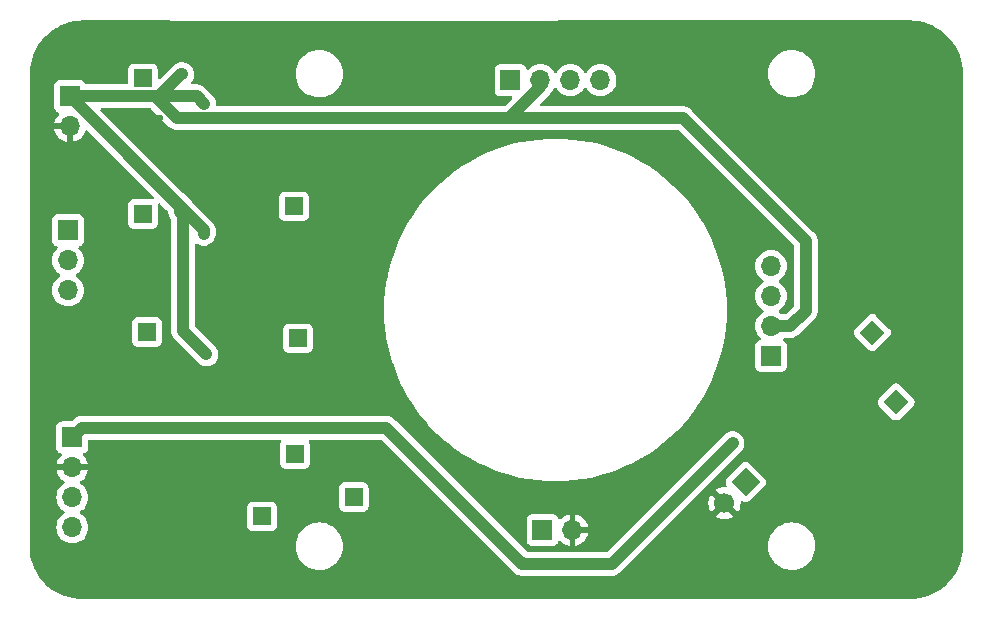
<source format=gbr>
%TF.GenerationSoftware,KiCad,Pcbnew,8.0.0-8.0.0-1~ubuntu20.04.1*%
%TF.CreationDate,2024-06-18T18:08:34-06:00*%
%TF.ProjectId,turbidometer,74757262-6964-46f6-9d65-7465722e6b69,rev?*%
%TF.SameCoordinates,Original*%
%TF.FileFunction,Copper,L2,Bot*%
%TF.FilePolarity,Positive*%
%FSLAX46Y46*%
G04 Gerber Fmt 4.6, Leading zero omitted, Abs format (unit mm)*
G04 Created by KiCad (PCBNEW 8.0.0-8.0.0-1~ubuntu20.04.1) date 2024-06-18 18:08:34*
%MOMM*%
%LPD*%
G01*
G04 APERTURE LIST*
G04 Aperture macros list*
%AMHorizOval*
0 Thick line with rounded ends*
0 $1 width*
0 $2 $3 position (X,Y) of the first rounded end (center of the circle)*
0 $4 $5 position (X,Y) of the second rounded end (center of the circle)*
0 Add line between two ends*
20,1,$1,$2,$3,$4,$5,0*
0 Add two circle primitives to create the rounded ends*
1,1,$1,$2,$3*
1,1,$1,$4,$5*%
%AMRotRect*
0 Rectangle, with rotation*
0 The origin of the aperture is its center*
0 $1 length*
0 $2 width*
0 $3 Rotation angle, in degrees counterclockwise*
0 Add horizontal line*
21,1,$1,$2,0,0,$3*%
G04 Aperture macros list end*
%TA.AperFunction,ComponentPad*%
%ADD10RotRect,1.500000X1.500000X225.000000*%
%TD*%
%TA.AperFunction,ComponentPad*%
%ADD11R,1.500000X1.500000*%
%TD*%
%TA.AperFunction,ComponentPad*%
%ADD12R,1.700000X1.700000*%
%TD*%
%TA.AperFunction,ComponentPad*%
%ADD13O,1.700000X1.700000*%
%TD*%
%TA.AperFunction,ComponentPad*%
%ADD14RotRect,1.700000X1.700000X135.000000*%
%TD*%
%TA.AperFunction,ComponentPad*%
%ADD15HorizOval,1.700000X0.000000X0.000000X0.000000X0.000000X0*%
%TD*%
%TA.AperFunction,ViaPad*%
%ADD16C,0.600000*%
%TD*%
%TA.AperFunction,Conductor*%
%ADD17C,1.000000*%
%TD*%
G04 APERTURE END LIST*
D10*
%TO.P,RG2,1,1*%
%TO.N,/A1*%
X198410000Y-97650000D03*
%TD*%
D11*
%TO.P,LED0,1,1*%
%TO.N,/LED_SENS0*%
X149440000Y-86960000D03*
%TD*%
%TO.P,VREF2,1,1*%
%TO.N,Net-(U7-+)*%
X137010000Y-97610000D03*
%TD*%
%TO.P,VREF1,1,1*%
%TO.N,Net-(U4-+)*%
X136670000Y-87620000D03*
%TD*%
%TO.P,LED1,1,1*%
%TO.N,/LED_SENS1*%
X149770000Y-98130000D03*
%TD*%
D10*
%TO.P,RG3,1,1*%
%TO.N,/PD_FB1*%
X200420000Y-103520000D03*
%TD*%
D12*
%TO.P,J4,1,Pin_1*%
%TO.N,/VREF0*%
X130310000Y-88990000D03*
D13*
%TO.P,J4,2,Pin_2*%
%TO.N,/VREF1*%
X130310000Y-91530000D03*
%TO.P,J4,3,Pin_3*%
%TO.N,/VREF2*%
X130310000Y-94070000D03*
%TD*%
D11*
%TO.P,VREF0,1,1*%
%TO.N,Net-(U3-+)*%
X136640000Y-76130000D03*
%TD*%
D12*
%TO.P,J3,1,Pin_1*%
%TO.N,+5V*%
X130460000Y-77640000D03*
D13*
%TO.P,J3,2,Pin_2*%
%TO.N,GND*%
X130460000Y-80180000D03*
%TD*%
D11*
%TO.P,LED2,1,1*%
%TO.N,/LED_SENS2*%
X149520000Y-107910000D03*
%TD*%
D12*
%TO.P,J1,1,Pin_1*%
%TO.N,+3.3V*%
X130670000Y-106520000D03*
D13*
%TO.P,J1,2,Pin_2*%
%TO.N,GND*%
X130670000Y-109060000D03*
%TO.P,J1,3,Pin_3*%
%TO.N,/A0*%
X130670000Y-111600000D03*
%TO.P,J1,4,Pin_4*%
%TO.N,/A1*%
X130670000Y-114140000D03*
%TD*%
D11*
%TO.P,RG0,1,1*%
%TO.N,/A0*%
X146720000Y-113210000D03*
%TD*%
%TO.P,RG1,1,1*%
%TO.N,/PD_FB0*%
X154500000Y-111570000D03*
%TD*%
D12*
%TO.P,J7,1,Pin_1*%
%TO.N,/PD_FB0*%
X170480000Y-114350000D03*
D13*
%TO.P,J7,2,Pin_2*%
%TO.N,GND*%
X173020000Y-114350000D03*
%TD*%
D14*
%TO.P,J2,1,Pin_1*%
%TO.N,/PD_FB1*%
X187686051Y-110283949D03*
D15*
%TO.P,J2,2,Pin_2*%
%TO.N,GND*%
X185890000Y-112080000D03*
%TD*%
D12*
%TO.P,J5,1,Pin_1*%
%TO.N,/LED_NEG0*%
X167770000Y-76280000D03*
D13*
%TO.P,J5,2,Pin_2*%
%TO.N,+5V*%
X170310000Y-76280000D03*
%TO.P,J5,3,Pin_3*%
%TO.N,/LED_NEG1*%
X172850000Y-76280000D03*
%TO.P,J5,4,Pin_4*%
%TO.N,/LED_NEG2*%
X175390000Y-76280000D03*
%TD*%
D12*
%TO.P,J6,1,Pin_1*%
%TO.N,/LED_NEG0*%
X189830000Y-99630000D03*
D13*
%TO.P,J6,2,Pin_2*%
%TO.N,+5V*%
X189830000Y-97090000D03*
%TO.P,J6,3,Pin_3*%
%TO.N,/LED_NEG1*%
X189830000Y-94550000D03*
%TO.P,J6,4,Pin_4*%
%TO.N,/LED_NEG2*%
X189830000Y-92010000D03*
%TD*%
D16*
%TO.N,GND*%
X151400000Y-85560000D03*
X144140000Y-76740000D03*
X166870000Y-112320000D03*
X191460000Y-109170000D03*
X152620000Y-104240000D03*
X135740000Y-111740000D03*
X144280000Y-98020000D03*
X138130000Y-79490000D03*
X144250000Y-87810000D03*
X189820000Y-103790000D03*
X151720000Y-96730000D03*
X138220000Y-90680000D03*
X164150000Y-117200000D03*
X138270000Y-100770000D03*
%TO.N,+5V*%
X140050000Y-96930000D03*
X141850000Y-78300000D03*
X142020000Y-99500000D03*
X141810000Y-89300000D03*
X139980000Y-75760000D03*
X139800000Y-87430000D03*
%TO.N,+3.3V*%
X186580000Y-107010000D03*
X168790000Y-117250000D03*
%TD*%
D17*
%TO.N,+5V*%
X141190000Y-77640000D02*
X141850000Y-78300000D01*
X140050000Y-95980000D02*
X140050000Y-96930000D01*
X170310000Y-76840000D02*
X170310000Y-76280000D01*
X167670000Y-79480000D02*
X168908984Y-78241016D01*
X140050000Y-95980000D02*
X140050000Y-97530000D01*
X141810000Y-88990000D02*
X141810000Y-89300000D01*
X139910000Y-75760000D02*
X139980000Y-75760000D01*
X138030000Y-77640000D02*
X141190000Y-77640000D01*
X130460000Y-77640000D02*
X139265000Y-86445000D01*
X139265000Y-86445000D02*
X141810000Y-88990000D01*
X192770000Y-95780000D02*
X191460000Y-97090000D01*
X137694214Y-77640000D02*
X139534214Y-79480000D01*
X139534214Y-79480000D02*
X167670000Y-79480000D01*
X192770000Y-89870000D02*
X192770000Y-95780000D01*
X182380000Y-79480000D02*
X192770000Y-89870000D01*
X138030000Y-77640000D02*
X139910000Y-75760000D01*
X167670000Y-79480000D02*
X182380000Y-79480000D01*
X139800000Y-86980000D02*
X139800000Y-87430000D01*
X130460000Y-77640000D02*
X140050000Y-87230000D01*
X139265000Y-86445000D02*
X139800000Y-86980000D01*
X130460000Y-77640000D02*
X138030000Y-77640000D01*
X191460000Y-97090000D02*
X189830000Y-97090000D01*
X130460000Y-77640000D02*
X137694214Y-77640000D01*
X140050000Y-97530000D02*
X142020000Y-99500000D01*
X168908984Y-78241016D02*
X170310000Y-76840000D01*
X140050000Y-87230000D02*
X140050000Y-95980000D01*
%TO.N,+3.3V*%
X176350000Y-117240000D02*
X186580000Y-107010000D01*
X157250000Y-105710000D02*
X168355000Y-116815000D01*
X130670000Y-106520000D02*
X131480000Y-105710000D01*
X131480000Y-105710000D02*
X157250000Y-105710000D01*
X168780000Y-117240000D02*
X176350000Y-117240000D01*
X168355000Y-116815000D02*
X168780000Y-117240000D01*
X168355000Y-116815000D02*
X168790000Y-117250000D01*
%TD*%
%TA.AperFunction,Conductor*%
%TO.N,GND*%
G36*
X201582702Y-71220617D02*
G01*
X201966771Y-71237386D01*
X201977506Y-71238326D01*
X202355971Y-71288152D01*
X202366597Y-71290025D01*
X202739284Y-71372648D01*
X202749710Y-71375442D01*
X203113765Y-71490227D01*
X203123911Y-71493920D01*
X203476578Y-71640000D01*
X203486369Y-71644566D01*
X203824942Y-71820816D01*
X203834310Y-71826224D01*
X204156244Y-72031318D01*
X204165105Y-72037523D01*
X204467930Y-72269889D01*
X204476217Y-72276843D01*
X204757635Y-72534715D01*
X204765284Y-72542364D01*
X205023156Y-72823782D01*
X205030110Y-72832069D01*
X205262476Y-73134894D01*
X205268681Y-73143755D01*
X205473775Y-73465689D01*
X205479183Y-73475057D01*
X205655430Y-73813623D01*
X205660002Y-73823427D01*
X205806075Y-74176078D01*
X205809775Y-74186244D01*
X205924554Y-74550278D01*
X205927354Y-74560727D01*
X206009971Y-74933389D01*
X206011849Y-74944042D01*
X206061671Y-75322473D01*
X206062614Y-75333249D01*
X206079382Y-75717297D01*
X206079500Y-75722706D01*
X206079500Y-115717293D01*
X206079382Y-115722702D01*
X206062614Y-116106750D01*
X206061671Y-116117526D01*
X206011849Y-116495957D01*
X206009971Y-116506610D01*
X205927354Y-116879272D01*
X205924554Y-116889721D01*
X205809775Y-117253755D01*
X205806075Y-117263921D01*
X205660002Y-117616572D01*
X205655430Y-117626376D01*
X205479183Y-117964942D01*
X205473775Y-117974310D01*
X205268681Y-118296244D01*
X205262476Y-118305105D01*
X205030110Y-118607930D01*
X205023156Y-118616217D01*
X204765284Y-118897635D01*
X204757635Y-118905284D01*
X204476217Y-119163156D01*
X204467930Y-119170110D01*
X204165105Y-119402476D01*
X204156244Y-119408681D01*
X203834310Y-119613775D01*
X203824942Y-119619183D01*
X203486376Y-119795430D01*
X203476572Y-119800002D01*
X203123921Y-119946075D01*
X203113755Y-119949775D01*
X202749721Y-120064554D01*
X202739272Y-120067354D01*
X202366610Y-120149971D01*
X202355957Y-120151849D01*
X201977527Y-120201671D01*
X201966751Y-120202614D01*
X201582680Y-120219382D01*
X201577271Y-120219500D01*
X201506793Y-120219500D01*
X201506587Y-120219512D01*
X146580161Y-120229498D01*
X146580056Y-120229498D01*
X131624235Y-120219548D01*
X131623494Y-120219500D01*
X131615892Y-120219500D01*
X131552720Y-120219500D01*
X131547311Y-120219382D01*
X131163249Y-120202614D01*
X131152473Y-120201671D01*
X130774042Y-120151849D01*
X130763389Y-120149971D01*
X130390727Y-120067354D01*
X130380278Y-120064554D01*
X130016244Y-119949775D01*
X130006078Y-119946075D01*
X129653427Y-119800002D01*
X129643623Y-119795430D01*
X129305057Y-119619183D01*
X129295689Y-119613775D01*
X128973755Y-119408681D01*
X128964894Y-119402476D01*
X128662069Y-119170110D01*
X128653782Y-119163156D01*
X128372364Y-118905284D01*
X128364715Y-118897635D01*
X128106843Y-118616217D01*
X128099889Y-118607930D01*
X127867523Y-118305105D01*
X127861318Y-118296244D01*
X127787236Y-118179959D01*
X127656223Y-117974309D01*
X127650816Y-117964942D01*
X127489208Y-117654497D01*
X127474566Y-117626369D01*
X127469997Y-117616572D01*
X127323920Y-117263911D01*
X127320224Y-117253755D01*
X127205442Y-116889710D01*
X127202648Y-116879284D01*
X127120025Y-116506597D01*
X127118152Y-116495971D01*
X127068326Y-116117506D01*
X127067386Y-116106771D01*
X127050937Y-115730001D01*
X149574257Y-115730001D01*
X149594673Y-116015448D01*
X149594674Y-116015455D01*
X149655502Y-116295078D01*
X149755512Y-116563217D01*
X149755514Y-116563221D01*
X149892658Y-116814381D01*
X149892659Y-116814382D01*
X149892662Y-116814387D01*
X150064161Y-117043482D01*
X150064165Y-117043486D01*
X150064170Y-117043492D01*
X150266507Y-117245829D01*
X150266513Y-117245834D01*
X150266518Y-117245839D01*
X150495613Y-117417338D01*
X150495617Y-117417340D01*
X150495618Y-117417341D01*
X150746778Y-117554485D01*
X150746782Y-117554487D01*
X150746784Y-117554488D01*
X151014917Y-117654496D01*
X151014920Y-117654496D01*
X151014921Y-117654497D01*
X151225994Y-117700412D01*
X151294553Y-117715327D01*
X151558010Y-117734170D01*
X151579999Y-117735743D01*
X151580000Y-117735743D01*
X151580001Y-117735743D01*
X151600417Y-117734282D01*
X151865447Y-117715327D01*
X152145083Y-117654496D01*
X152413216Y-117554488D01*
X152664387Y-117417338D01*
X152893482Y-117245839D01*
X153095839Y-117043482D01*
X153267338Y-116814387D01*
X153404488Y-116563216D01*
X153504496Y-116295083D01*
X153565327Y-116015447D01*
X153585743Y-115730000D01*
X153584830Y-115717241D01*
X153580302Y-115653922D01*
X153565327Y-115444553D01*
X153522541Y-115247870D01*
X153504497Y-115164921D01*
X153447237Y-115011401D01*
X153404488Y-114896784D01*
X153355167Y-114806460D01*
X153267341Y-114645618D01*
X153267340Y-114645617D01*
X153267338Y-114645613D01*
X153095839Y-114416518D01*
X153095834Y-114416513D01*
X153095829Y-114416507D01*
X152893492Y-114214170D01*
X152893486Y-114214165D01*
X152893482Y-114214161D01*
X152664387Y-114042662D01*
X152664382Y-114042659D01*
X152664381Y-114042658D01*
X152413221Y-113905514D01*
X152413217Y-113905512D01*
X152145078Y-113805502D01*
X151865455Y-113744674D01*
X151865448Y-113744673D01*
X151580001Y-113724257D01*
X151579999Y-113724257D01*
X151294551Y-113744673D01*
X151294544Y-113744674D01*
X151014921Y-113805502D01*
X150746782Y-113905512D01*
X150746778Y-113905514D01*
X150495618Y-114042658D01*
X150495617Y-114042659D01*
X150266519Y-114214160D01*
X150266507Y-114214170D01*
X150064170Y-114416507D01*
X150064160Y-114416519D01*
X149892659Y-114645617D01*
X149892658Y-114645618D01*
X149755514Y-114896778D01*
X149755512Y-114896782D01*
X149655502Y-115164921D01*
X149594674Y-115444544D01*
X149594673Y-115444551D01*
X149574257Y-115729998D01*
X149574257Y-115730001D01*
X127050937Y-115730001D01*
X127050618Y-115722702D01*
X127050501Y-115717275D01*
X127051684Y-114140000D01*
X129314341Y-114140000D01*
X129334936Y-114375403D01*
X129334938Y-114375413D01*
X129396094Y-114603655D01*
X129396096Y-114603659D01*
X129396097Y-114603663D01*
X129490663Y-114806460D01*
X129495965Y-114817830D01*
X129495967Y-114817834D01*
X129551249Y-114896784D01*
X129631505Y-115011401D01*
X129798599Y-115178495D01*
X129872227Y-115230050D01*
X129992165Y-115314032D01*
X129992167Y-115314033D01*
X129992170Y-115314035D01*
X130206337Y-115413903D01*
X130434592Y-115475063D01*
X130622918Y-115491539D01*
X130669999Y-115495659D01*
X130670000Y-115495659D01*
X130670001Y-115495659D01*
X130709234Y-115492226D01*
X130905408Y-115475063D01*
X131133663Y-115413903D01*
X131347830Y-115314035D01*
X131541401Y-115178495D01*
X131708495Y-115011401D01*
X131844035Y-114817830D01*
X131943903Y-114603663D01*
X132005063Y-114375408D01*
X132025659Y-114140000D01*
X132014099Y-114007870D01*
X145469500Y-114007870D01*
X145469501Y-114007876D01*
X145475908Y-114067483D01*
X145526202Y-114202328D01*
X145526206Y-114202335D01*
X145612452Y-114317544D01*
X145612455Y-114317547D01*
X145727664Y-114403793D01*
X145727671Y-114403797D01*
X145862517Y-114454091D01*
X145862516Y-114454091D01*
X145869444Y-114454835D01*
X145922127Y-114460500D01*
X147517872Y-114460499D01*
X147577483Y-114454091D01*
X147712331Y-114403796D01*
X147827546Y-114317546D01*
X147913796Y-114202331D01*
X147964091Y-114067483D01*
X147970500Y-114007873D01*
X147970499Y-112412128D01*
X147965741Y-112367870D01*
X153249500Y-112367870D01*
X153249501Y-112367876D01*
X153255908Y-112427483D01*
X153306202Y-112562328D01*
X153306206Y-112562335D01*
X153392452Y-112677544D01*
X153392455Y-112677547D01*
X153507664Y-112763793D01*
X153507671Y-112763797D01*
X153642517Y-112814091D01*
X153642516Y-112814091D01*
X153649444Y-112814835D01*
X153702127Y-112820500D01*
X155297872Y-112820499D01*
X155357483Y-112814091D01*
X155492331Y-112763796D01*
X155607546Y-112677546D01*
X155693796Y-112562331D01*
X155744091Y-112427483D01*
X155750500Y-112367873D01*
X155750499Y-110772128D01*
X155744091Y-110712517D01*
X155693796Y-110577669D01*
X155693795Y-110577668D01*
X155693793Y-110577664D01*
X155607547Y-110462455D01*
X155607544Y-110462452D01*
X155492335Y-110376206D01*
X155492328Y-110376202D01*
X155357482Y-110325908D01*
X155357483Y-110325908D01*
X155297883Y-110319501D01*
X155297881Y-110319500D01*
X155297873Y-110319500D01*
X155297864Y-110319500D01*
X153702129Y-110319500D01*
X153702123Y-110319501D01*
X153642516Y-110325908D01*
X153507671Y-110376202D01*
X153507664Y-110376206D01*
X153392455Y-110462452D01*
X153392452Y-110462455D01*
X153306206Y-110577664D01*
X153306202Y-110577671D01*
X153255908Y-110712517D01*
X153252370Y-110745430D01*
X153249501Y-110772123D01*
X153249500Y-110772135D01*
X153249500Y-112367870D01*
X147965741Y-112367870D01*
X147964091Y-112352517D01*
X147934430Y-112272993D01*
X147913797Y-112217671D01*
X147913793Y-112217664D01*
X147827547Y-112102455D01*
X147827544Y-112102452D01*
X147712335Y-112016206D01*
X147712328Y-112016202D01*
X147577482Y-111965908D01*
X147577483Y-111965908D01*
X147517883Y-111959501D01*
X147517881Y-111959500D01*
X147517873Y-111959500D01*
X147517864Y-111959500D01*
X145922129Y-111959500D01*
X145922123Y-111959501D01*
X145862516Y-111965908D01*
X145727671Y-112016202D01*
X145727664Y-112016206D01*
X145612455Y-112102452D01*
X145612452Y-112102455D01*
X145526206Y-112217664D01*
X145526202Y-112217671D01*
X145475908Y-112352517D01*
X145469501Y-112412116D01*
X145469501Y-112412123D01*
X145469500Y-112412135D01*
X145469500Y-114007870D01*
X132014099Y-114007870D01*
X132005063Y-113904592D01*
X131943903Y-113676337D01*
X131844035Y-113462171D01*
X131837003Y-113452127D01*
X131708494Y-113268597D01*
X131541402Y-113101506D01*
X131541396Y-113101501D01*
X131355842Y-112971575D01*
X131312217Y-112916998D01*
X131305023Y-112847500D01*
X131336546Y-112785145D01*
X131355842Y-112768425D01*
X131485633Y-112677544D01*
X131541401Y-112638495D01*
X131708495Y-112471401D01*
X131844035Y-112277830D01*
X131943903Y-112063663D01*
X132005063Y-111835408D01*
X132025659Y-111600000D01*
X132005063Y-111364592D01*
X131943903Y-111136337D01*
X131844035Y-110922171D01*
X131738980Y-110772135D01*
X131708494Y-110728597D01*
X131541402Y-110561506D01*
X131541401Y-110561505D01*
X131355405Y-110431269D01*
X131311781Y-110376692D01*
X131304588Y-110307193D01*
X131336110Y-110244839D01*
X131355405Y-110228119D01*
X131541082Y-110098105D01*
X131708105Y-109931082D01*
X131843600Y-109737578D01*
X131943429Y-109523492D01*
X131943432Y-109523486D01*
X132000636Y-109310000D01*
X131103012Y-109310000D01*
X131135925Y-109252993D01*
X131170000Y-109125826D01*
X131170000Y-108994174D01*
X131135925Y-108867007D01*
X131103012Y-108810000D01*
X132000636Y-108810000D01*
X132000635Y-108809999D01*
X131943432Y-108596513D01*
X131943429Y-108596507D01*
X131843600Y-108382422D01*
X131843599Y-108382420D01*
X131708113Y-108188926D01*
X131708108Y-108188920D01*
X131586053Y-108066865D01*
X131552568Y-108005542D01*
X131557552Y-107935850D01*
X131599424Y-107879917D01*
X131630400Y-107863002D01*
X131762331Y-107813796D01*
X131877546Y-107727546D01*
X131963796Y-107612331D01*
X132014091Y-107477483D01*
X132020500Y-107417873D01*
X132020500Y-106834500D01*
X132040185Y-106767461D01*
X132092989Y-106721706D01*
X132144500Y-106710500D01*
X148233568Y-106710500D01*
X148300607Y-106730185D01*
X148346362Y-106782989D01*
X148356306Y-106852147D01*
X148332835Y-106908810D01*
X148326206Y-106917665D01*
X148326202Y-106917671D01*
X148275908Y-107052517D01*
X148269885Y-107108542D01*
X148269501Y-107112123D01*
X148269500Y-107112135D01*
X148269500Y-108707870D01*
X148269501Y-108707876D01*
X148275908Y-108767483D01*
X148326202Y-108902328D01*
X148326206Y-108902335D01*
X148412452Y-109017544D01*
X148412455Y-109017547D01*
X148527664Y-109103793D01*
X148527671Y-109103797D01*
X148662517Y-109154091D01*
X148662516Y-109154091D01*
X148669444Y-109154835D01*
X148722127Y-109160500D01*
X150317872Y-109160499D01*
X150377483Y-109154091D01*
X150512331Y-109103796D01*
X150627546Y-109017546D01*
X150713796Y-108902331D01*
X150764091Y-108767483D01*
X150770500Y-108707873D01*
X150770499Y-107112128D01*
X150764091Y-107052517D01*
X150745586Y-107002903D01*
X150713797Y-106917671D01*
X150713793Y-106917665D01*
X150707165Y-106908810D01*
X150682748Y-106843346D01*
X150697600Y-106775073D01*
X150747005Y-106725668D01*
X150806432Y-106710500D01*
X156784218Y-106710500D01*
X156851257Y-106730185D01*
X156871899Y-106746819D01*
X167724284Y-117599205D01*
X167724290Y-117599210D01*
X168146537Y-118021459D01*
X168146554Y-118021474D01*
X168152219Y-118027139D01*
X168206596Y-118063472D01*
X168316079Y-118136627D01*
X168316083Y-118136629D01*
X168316086Y-118136631D01*
X168498164Y-118212051D01*
X168641187Y-118240500D01*
X168691455Y-118250499D01*
X168691458Y-118250500D01*
X168691460Y-118250500D01*
X168888541Y-118250500D01*
X168908237Y-118246581D01*
X168926833Y-118242882D01*
X168951025Y-118240500D01*
X176448542Y-118240500D01*
X176467870Y-118236655D01*
X176545188Y-118221275D01*
X176641836Y-118202051D01*
X176695165Y-118179961D01*
X176823914Y-118126632D01*
X176987782Y-118017139D01*
X177127139Y-117877782D01*
X177127139Y-117877780D01*
X177137347Y-117867573D01*
X177137348Y-117867570D01*
X179274918Y-115730001D01*
X189574257Y-115730001D01*
X189594673Y-116015448D01*
X189594674Y-116015455D01*
X189655502Y-116295078D01*
X189755512Y-116563217D01*
X189755514Y-116563221D01*
X189892658Y-116814381D01*
X189892659Y-116814382D01*
X189892662Y-116814387D01*
X190064161Y-117043482D01*
X190064165Y-117043486D01*
X190064170Y-117043492D01*
X190266507Y-117245829D01*
X190266513Y-117245834D01*
X190266518Y-117245839D01*
X190495613Y-117417338D01*
X190495617Y-117417340D01*
X190495618Y-117417341D01*
X190746778Y-117554485D01*
X190746782Y-117554487D01*
X190746784Y-117554488D01*
X191014917Y-117654496D01*
X191014920Y-117654496D01*
X191014921Y-117654497D01*
X191225994Y-117700412D01*
X191294553Y-117715327D01*
X191558010Y-117734170D01*
X191579999Y-117735743D01*
X191580000Y-117735743D01*
X191580001Y-117735743D01*
X191600417Y-117734282D01*
X191865447Y-117715327D01*
X192145083Y-117654496D01*
X192413216Y-117554488D01*
X192664387Y-117417338D01*
X192893482Y-117245839D01*
X193095839Y-117043482D01*
X193267338Y-116814387D01*
X193404488Y-116563216D01*
X193504496Y-116295083D01*
X193565327Y-116015447D01*
X193585743Y-115730000D01*
X193584830Y-115717241D01*
X193580302Y-115653922D01*
X193565327Y-115444553D01*
X193522541Y-115247870D01*
X193504497Y-115164921D01*
X193447237Y-115011401D01*
X193404488Y-114896784D01*
X193355167Y-114806460D01*
X193267341Y-114645618D01*
X193267340Y-114645617D01*
X193267338Y-114645613D01*
X193095839Y-114416518D01*
X193095834Y-114416513D01*
X193095829Y-114416507D01*
X192893492Y-114214170D01*
X192893486Y-114214165D01*
X192893482Y-114214161D01*
X192664387Y-114042662D01*
X192664382Y-114042659D01*
X192664381Y-114042658D01*
X192413221Y-113905514D01*
X192413217Y-113905512D01*
X192145078Y-113805502D01*
X191865455Y-113744674D01*
X191865448Y-113744673D01*
X191580001Y-113724257D01*
X191579999Y-113724257D01*
X191294551Y-113744673D01*
X191294544Y-113744674D01*
X191014921Y-113805502D01*
X190746782Y-113905512D01*
X190746778Y-113905514D01*
X190495618Y-114042658D01*
X190495617Y-114042659D01*
X190266519Y-114214160D01*
X190266507Y-114214170D01*
X190064170Y-114416507D01*
X190064160Y-114416519D01*
X189892659Y-114645617D01*
X189892658Y-114645618D01*
X189755514Y-114896778D01*
X189755512Y-114896782D01*
X189655502Y-115164921D01*
X189594674Y-115444544D01*
X189594673Y-115444551D01*
X189574257Y-115729998D01*
X189574257Y-115730001D01*
X179274918Y-115730001D01*
X182924919Y-112080001D01*
X184534843Y-112080001D01*
X184555430Y-112315315D01*
X184555432Y-112315326D01*
X184616566Y-112543483D01*
X184616570Y-112543492D01*
X184716400Y-112757579D01*
X184716402Y-112757583D01*
X184775072Y-112841373D01*
X184775073Y-112841373D01*
X185407037Y-112209409D01*
X185424075Y-112272993D01*
X185489901Y-112387007D01*
X185582993Y-112480099D01*
X185697007Y-112545925D01*
X185760590Y-112562962D01*
X185128625Y-113194925D01*
X185212421Y-113253599D01*
X185426507Y-113353429D01*
X185426516Y-113353433D01*
X185654673Y-113414567D01*
X185654684Y-113414569D01*
X185889998Y-113435157D01*
X185890002Y-113435157D01*
X186125315Y-113414569D01*
X186125326Y-113414567D01*
X186353483Y-113353433D01*
X186353492Y-113353429D01*
X186567578Y-113253600D01*
X186567582Y-113253598D01*
X186651373Y-113194926D01*
X186651373Y-113194925D01*
X186019409Y-112562962D01*
X186082993Y-112545925D01*
X186197007Y-112480099D01*
X186290099Y-112387007D01*
X186355925Y-112272993D01*
X186372962Y-112209409D01*
X187004925Y-112841373D01*
X187004926Y-112841373D01*
X187063598Y-112757582D01*
X187063600Y-112757578D01*
X187163429Y-112543492D01*
X187163433Y-112543483D01*
X187224567Y-112315326D01*
X187224569Y-112315315D01*
X187245157Y-112080001D01*
X187245157Y-112079998D01*
X187241370Y-112036713D01*
X187255137Y-111968213D01*
X187303752Y-111918030D01*
X187371780Y-111902097D01*
X187416408Y-111913111D01*
X187479673Y-111942004D01*
X187543591Y-111971195D01*
X187543592Y-111971195D01*
X187543594Y-111971196D01*
X187686051Y-111991677D01*
X187828508Y-111971196D01*
X187959424Y-111911408D01*
X188006107Y-111873789D01*
X189275889Y-110604005D01*
X189313510Y-110557322D01*
X189373298Y-110426406D01*
X189393779Y-110283949D01*
X189373298Y-110141492D01*
X189334684Y-110056941D01*
X189313511Y-110010578D01*
X189313510Y-110010577D01*
X189313510Y-110010576D01*
X189275891Y-109963893D01*
X189275886Y-109963888D01*
X189275882Y-109963883D01*
X188006110Y-108694114D01*
X188006104Y-108694109D01*
X188006100Y-108694105D01*
X187959424Y-108656489D01*
X187828510Y-108596702D01*
X187828506Y-108596701D01*
X187686051Y-108576221D01*
X187543595Y-108596701D01*
X187543591Y-108596702D01*
X187412680Y-108656488D01*
X187365985Y-108694117D01*
X186096216Y-109963889D01*
X186096207Y-109963899D01*
X186058591Y-110010575D01*
X185998804Y-110141489D01*
X185998803Y-110141493D01*
X185978323Y-110283949D01*
X185998803Y-110426404D01*
X185998804Y-110426408D01*
X186056887Y-110553589D01*
X186066831Y-110622747D01*
X186037806Y-110686303D01*
X185979029Y-110724078D01*
X185933288Y-110728629D01*
X185890005Y-110724843D01*
X185889998Y-110724843D01*
X185654684Y-110745430D01*
X185654673Y-110745432D01*
X185426516Y-110806566D01*
X185426507Y-110806570D01*
X185212419Y-110906401D01*
X185128625Y-110965072D01*
X185760590Y-111597037D01*
X185697007Y-111614075D01*
X185582993Y-111679901D01*
X185489901Y-111772993D01*
X185424075Y-111887007D01*
X185407037Y-111950590D01*
X184775072Y-111318625D01*
X184716401Y-111402419D01*
X184616570Y-111616507D01*
X184616566Y-111616516D01*
X184555432Y-111844673D01*
X184555430Y-111844684D01*
X184534843Y-112079998D01*
X184534843Y-112080001D01*
X182924919Y-112080001D01*
X187357140Y-107647781D01*
X187466631Y-107483914D01*
X187542051Y-107301836D01*
X187580500Y-107108540D01*
X187580500Y-106911460D01*
X187580500Y-106911457D01*
X187580499Y-106911455D01*
X187558817Y-106802454D01*
X187542051Y-106718164D01*
X187466631Y-106536086D01*
X187357140Y-106372218D01*
X187357138Y-106372216D01*
X187357136Y-106372213D01*
X187217786Y-106232863D01*
X187217782Y-106232860D01*
X187053914Y-106123369D01*
X187053909Y-106123367D01*
X186871836Y-106047949D01*
X186871828Y-106047947D01*
X186678543Y-106009500D01*
X186678540Y-106009500D01*
X186481460Y-106009500D01*
X186481457Y-106009500D01*
X186288171Y-106047947D01*
X186288163Y-106047949D01*
X186106087Y-106123367D01*
X185942214Y-106232863D01*
X185942213Y-106232864D01*
X175971899Y-116203181D01*
X175910576Y-116236666D01*
X175884218Y-116239500D01*
X169245782Y-116239500D01*
X169178743Y-116219815D01*
X169158101Y-116203181D01*
X169139210Y-116184290D01*
X169139208Y-116184287D01*
X168202791Y-115247870D01*
X169129500Y-115247870D01*
X169129501Y-115247876D01*
X169135908Y-115307483D01*
X169186202Y-115442328D01*
X169186206Y-115442335D01*
X169272452Y-115557544D01*
X169272455Y-115557547D01*
X169387664Y-115643793D01*
X169387671Y-115643797D01*
X169522517Y-115694091D01*
X169522516Y-115694091D01*
X169529444Y-115694835D01*
X169582127Y-115700500D01*
X171377872Y-115700499D01*
X171437483Y-115694091D01*
X171572331Y-115643796D01*
X171687546Y-115557546D01*
X171773796Y-115442331D01*
X171823002Y-115310401D01*
X171864872Y-115254468D01*
X171930337Y-115230050D01*
X171998610Y-115244901D01*
X172026865Y-115266053D01*
X172148917Y-115388105D01*
X172342421Y-115523600D01*
X172556507Y-115623429D01*
X172556516Y-115623433D01*
X172770000Y-115680634D01*
X172770000Y-114783012D01*
X172827007Y-114815925D01*
X172954174Y-114850000D01*
X173085826Y-114850000D01*
X173212993Y-114815925D01*
X173270000Y-114783012D01*
X173270000Y-115680633D01*
X173483483Y-115623433D01*
X173483492Y-115623429D01*
X173697578Y-115523600D01*
X173891082Y-115388105D01*
X174058105Y-115221082D01*
X174193600Y-115027578D01*
X174293429Y-114813492D01*
X174293432Y-114813486D01*
X174350636Y-114600000D01*
X173453012Y-114600000D01*
X173485925Y-114542993D01*
X173520000Y-114415826D01*
X173520000Y-114284174D01*
X173485925Y-114157007D01*
X173453012Y-114100000D01*
X174350636Y-114100000D01*
X174350635Y-114099999D01*
X174293432Y-113886513D01*
X174293429Y-113886507D01*
X174193600Y-113672422D01*
X174193599Y-113672420D01*
X174058113Y-113478926D01*
X174058108Y-113478920D01*
X173891082Y-113311894D01*
X173697578Y-113176399D01*
X173483492Y-113076570D01*
X173483486Y-113076567D01*
X173270000Y-113019364D01*
X173270000Y-113916988D01*
X173212993Y-113884075D01*
X173085826Y-113850000D01*
X172954174Y-113850000D01*
X172827007Y-113884075D01*
X172770000Y-113916988D01*
X172770000Y-113019364D01*
X172769999Y-113019364D01*
X172556513Y-113076567D01*
X172556507Y-113076570D01*
X172342422Y-113176399D01*
X172342420Y-113176400D01*
X172148926Y-113311886D01*
X172026865Y-113433947D01*
X171965542Y-113467431D01*
X171895850Y-113462447D01*
X171839917Y-113420575D01*
X171823002Y-113389598D01*
X171809513Y-113353433D01*
X171773796Y-113257669D01*
X171773795Y-113257668D01*
X171773793Y-113257664D01*
X171687547Y-113142455D01*
X171687544Y-113142452D01*
X171572335Y-113056206D01*
X171572328Y-113056202D01*
X171437482Y-113005908D01*
X171437483Y-113005908D01*
X171377883Y-112999501D01*
X171377881Y-112999500D01*
X171377873Y-112999500D01*
X171377864Y-112999500D01*
X169582129Y-112999500D01*
X169582123Y-112999501D01*
X169522516Y-113005908D01*
X169387671Y-113056202D01*
X169387664Y-113056206D01*
X169272455Y-113142452D01*
X169272452Y-113142455D01*
X169186206Y-113257664D01*
X169186202Y-113257671D01*
X169135908Y-113392517D01*
X169129501Y-113452116D01*
X169129500Y-113452135D01*
X169129500Y-115247870D01*
X168202791Y-115247870D01*
X158034209Y-105079289D01*
X158034206Y-105079285D01*
X158034206Y-105079286D01*
X158027139Y-105072219D01*
X158027139Y-105072218D01*
X157887782Y-104932861D01*
X157887781Y-104932860D01*
X157887780Y-104932859D01*
X157723920Y-104823371D01*
X157723911Y-104823366D01*
X157651315Y-104793296D01*
X157595165Y-104770038D01*
X157541836Y-104747949D01*
X157541832Y-104747948D01*
X157541828Y-104747946D01*
X157445188Y-104728724D01*
X157348544Y-104709500D01*
X157348541Y-104709500D01*
X131381459Y-104709500D01*
X131381455Y-104709500D01*
X131284812Y-104728724D01*
X131188167Y-104747947D01*
X131188161Y-104747949D01*
X131134834Y-104770037D01*
X131134834Y-104770038D01*
X131089315Y-104788892D01*
X131006089Y-104823366D01*
X131006079Y-104823371D01*
X130842219Y-104932859D01*
X130806670Y-104968409D01*
X130702861Y-105072218D01*
X130702858Y-105072221D01*
X130641897Y-105133182D01*
X130580573Y-105166666D01*
X130554216Y-105169500D01*
X129772129Y-105169500D01*
X129772123Y-105169501D01*
X129712516Y-105175908D01*
X129577671Y-105226202D01*
X129577664Y-105226206D01*
X129462455Y-105312452D01*
X129462452Y-105312455D01*
X129376206Y-105427664D01*
X129376202Y-105427671D01*
X129325908Y-105562517D01*
X129319501Y-105622116D01*
X129319500Y-105622135D01*
X129319500Y-107417870D01*
X129319501Y-107417876D01*
X129325908Y-107477483D01*
X129376202Y-107612328D01*
X129376206Y-107612335D01*
X129462452Y-107727544D01*
X129462455Y-107727547D01*
X129577664Y-107813793D01*
X129577671Y-107813797D01*
X129577674Y-107813798D01*
X129709598Y-107863002D01*
X129765531Y-107904873D01*
X129789949Y-107970337D01*
X129775098Y-108038610D01*
X129753947Y-108066865D01*
X129631886Y-108188926D01*
X129496400Y-108382420D01*
X129496399Y-108382422D01*
X129396570Y-108596507D01*
X129396567Y-108596513D01*
X129339364Y-108809999D01*
X129339364Y-108810000D01*
X130236988Y-108810000D01*
X130204075Y-108867007D01*
X130170000Y-108994174D01*
X130170000Y-109125826D01*
X130204075Y-109252993D01*
X130236988Y-109310000D01*
X129339364Y-109310000D01*
X129396567Y-109523486D01*
X129396570Y-109523492D01*
X129496399Y-109737578D01*
X129631894Y-109931082D01*
X129798917Y-110098105D01*
X129984595Y-110228119D01*
X130028219Y-110282696D01*
X130035412Y-110352195D01*
X130003890Y-110414549D01*
X129984595Y-110431269D01*
X129798594Y-110561508D01*
X129631505Y-110728597D01*
X129495965Y-110922169D01*
X129495964Y-110922171D01*
X129396098Y-111136335D01*
X129396094Y-111136344D01*
X129334938Y-111364586D01*
X129334936Y-111364596D01*
X129314341Y-111599999D01*
X129314341Y-111600000D01*
X129334936Y-111835403D01*
X129334938Y-111835413D01*
X129396094Y-112063655D01*
X129396096Y-112063659D01*
X129396097Y-112063663D01*
X129467912Y-112217671D01*
X129495965Y-112277830D01*
X129495967Y-112277834D01*
X129631501Y-112471395D01*
X129631506Y-112471402D01*
X129798597Y-112638493D01*
X129798603Y-112638498D01*
X129984158Y-112768425D01*
X130027783Y-112823002D01*
X130034977Y-112892500D01*
X130003454Y-112954855D01*
X129984158Y-112971575D01*
X129798597Y-113101505D01*
X129631505Y-113268597D01*
X129495965Y-113462169D01*
X129495964Y-113462171D01*
X129396098Y-113676335D01*
X129396094Y-113676344D01*
X129334938Y-113904586D01*
X129334936Y-113904596D01*
X129314341Y-114139999D01*
X129314341Y-114140000D01*
X127051684Y-114140000D01*
X127063483Y-98407870D01*
X135759500Y-98407870D01*
X135759501Y-98407876D01*
X135765908Y-98467483D01*
X135816202Y-98602328D01*
X135816206Y-98602335D01*
X135902452Y-98717544D01*
X135902455Y-98717547D01*
X136017664Y-98803793D01*
X136017671Y-98803797D01*
X136152517Y-98854091D01*
X136152516Y-98854091D01*
X136159444Y-98854835D01*
X136212127Y-98860500D01*
X137807872Y-98860499D01*
X137867483Y-98854091D01*
X138002331Y-98803796D01*
X138117546Y-98717546D01*
X138203796Y-98602331D01*
X138254091Y-98467483D01*
X138260500Y-98407873D01*
X138260499Y-96812128D01*
X138254091Y-96752517D01*
X138203796Y-96617669D01*
X138203795Y-96617668D01*
X138203793Y-96617664D01*
X138117547Y-96502455D01*
X138117544Y-96502452D01*
X138002335Y-96416206D01*
X138002328Y-96416202D01*
X137867482Y-96365908D01*
X137867483Y-96365908D01*
X137807883Y-96359501D01*
X137807881Y-96359500D01*
X137807873Y-96359500D01*
X137807864Y-96359500D01*
X136212129Y-96359500D01*
X136212123Y-96359501D01*
X136152516Y-96365908D01*
X136017671Y-96416202D01*
X136017664Y-96416206D01*
X135902455Y-96502452D01*
X135902452Y-96502455D01*
X135816206Y-96617664D01*
X135816202Y-96617671D01*
X135765908Y-96752517D01*
X135759501Y-96812116D01*
X135759501Y-96812123D01*
X135759500Y-96812135D01*
X135759500Y-98407870D01*
X127063483Y-98407870D01*
X127066736Y-94070000D01*
X128954341Y-94070000D01*
X128974936Y-94305403D01*
X128974938Y-94305413D01*
X129036094Y-94533655D01*
X129036096Y-94533659D01*
X129036097Y-94533663D01*
X129135965Y-94747830D01*
X129135967Y-94747834D01*
X129244281Y-94902521D01*
X129271505Y-94941401D01*
X129438599Y-95108495D01*
X129535384Y-95176265D01*
X129632165Y-95244032D01*
X129632167Y-95244033D01*
X129632170Y-95244035D01*
X129846337Y-95343903D01*
X130074592Y-95405063D01*
X130261263Y-95421395D01*
X130309999Y-95425659D01*
X130310000Y-95425659D01*
X130310001Y-95425659D01*
X130349234Y-95422226D01*
X130545408Y-95405063D01*
X130773663Y-95343903D01*
X130987830Y-95244035D01*
X131181401Y-95108495D01*
X131348495Y-94941401D01*
X131484035Y-94747830D01*
X131583903Y-94533663D01*
X131645063Y-94305408D01*
X131665659Y-94070000D01*
X131645063Y-93834592D01*
X131583903Y-93606337D01*
X131484035Y-93392171D01*
X131472688Y-93375965D01*
X131348494Y-93198597D01*
X131181402Y-93031506D01*
X131181396Y-93031501D01*
X130995842Y-92901575D01*
X130952217Y-92846998D01*
X130945023Y-92777500D01*
X130976546Y-92715145D01*
X130995842Y-92698425D01*
X131018026Y-92682891D01*
X131181401Y-92568495D01*
X131348495Y-92401401D01*
X131484035Y-92207830D01*
X131583903Y-91993663D01*
X131645063Y-91765408D01*
X131665659Y-91530000D01*
X131645063Y-91294592D01*
X131583903Y-91066337D01*
X131484035Y-90852171D01*
X131472687Y-90835965D01*
X131348496Y-90658600D01*
X131344237Y-90654341D01*
X131226567Y-90536671D01*
X131193084Y-90475351D01*
X131198068Y-90405659D01*
X131239939Y-90349725D01*
X131270915Y-90332810D01*
X131402331Y-90283796D01*
X131517546Y-90197546D01*
X131603796Y-90082331D01*
X131654091Y-89947483D01*
X131660500Y-89887873D01*
X131660499Y-88092128D01*
X131654091Y-88032517D01*
X131624182Y-87952328D01*
X131603797Y-87897671D01*
X131603793Y-87897664D01*
X131517547Y-87782455D01*
X131517544Y-87782452D01*
X131402335Y-87696206D01*
X131402328Y-87696202D01*
X131267482Y-87645908D01*
X131267483Y-87645908D01*
X131207883Y-87639501D01*
X131207881Y-87639500D01*
X131207873Y-87639500D01*
X131207864Y-87639500D01*
X129412129Y-87639500D01*
X129412123Y-87639501D01*
X129352516Y-87645908D01*
X129217671Y-87696202D01*
X129217664Y-87696206D01*
X129102455Y-87782452D01*
X129102452Y-87782455D01*
X129016206Y-87897664D01*
X129016202Y-87897671D01*
X128965908Y-88032517D01*
X128961463Y-88073867D01*
X128959501Y-88092123D01*
X128959500Y-88092135D01*
X128959500Y-89887870D01*
X128959501Y-89887876D01*
X128965908Y-89947483D01*
X129016202Y-90082328D01*
X129016206Y-90082335D01*
X129102452Y-90197544D01*
X129102455Y-90197547D01*
X129217664Y-90283793D01*
X129217671Y-90283797D01*
X129349081Y-90332810D01*
X129405015Y-90374681D01*
X129429432Y-90440145D01*
X129414580Y-90508418D01*
X129393430Y-90536673D01*
X129271503Y-90658600D01*
X129135965Y-90852169D01*
X129135964Y-90852171D01*
X129036098Y-91066335D01*
X129036094Y-91066344D01*
X128974938Y-91294586D01*
X128974936Y-91294596D01*
X128954341Y-91529999D01*
X128954341Y-91530000D01*
X128974936Y-91765403D01*
X128974938Y-91765413D01*
X129036094Y-91993655D01*
X129036096Y-91993659D01*
X129036097Y-91993663D01*
X129094303Y-92118486D01*
X129135965Y-92207830D01*
X129135967Y-92207834D01*
X129271501Y-92401395D01*
X129271506Y-92401402D01*
X129438597Y-92568493D01*
X129438603Y-92568498D01*
X129624158Y-92698425D01*
X129667783Y-92753002D01*
X129674977Y-92822500D01*
X129643454Y-92884855D01*
X129624158Y-92901575D01*
X129438597Y-93031505D01*
X129271505Y-93198597D01*
X129135965Y-93392169D01*
X129135964Y-93392171D01*
X129036098Y-93606335D01*
X129036094Y-93606344D01*
X128974938Y-93834586D01*
X128974936Y-93834596D01*
X128954341Y-94069999D01*
X128954341Y-94070000D01*
X127066736Y-94070000D01*
X127078385Y-78537870D01*
X129109500Y-78537870D01*
X129109501Y-78537872D01*
X129115908Y-78597483D01*
X129166202Y-78732328D01*
X129166206Y-78732335D01*
X129252452Y-78847544D01*
X129252455Y-78847547D01*
X129367664Y-78933793D01*
X129367671Y-78933797D01*
X129429902Y-78957007D01*
X129499598Y-78983002D01*
X129555531Y-79024873D01*
X129579949Y-79090337D01*
X129565098Y-79158610D01*
X129543947Y-79186865D01*
X129421886Y-79308926D01*
X129286400Y-79502420D01*
X129286399Y-79502422D01*
X129186570Y-79716507D01*
X129186567Y-79716513D01*
X129129364Y-79929999D01*
X129129364Y-79930000D01*
X130026988Y-79930000D01*
X129994075Y-79987007D01*
X129960000Y-80114174D01*
X129960000Y-80245826D01*
X129994075Y-80372993D01*
X130026988Y-80430000D01*
X129129364Y-80430000D01*
X129186567Y-80643486D01*
X129186570Y-80643492D01*
X129286399Y-80857578D01*
X129421894Y-81051082D01*
X129588917Y-81218105D01*
X129782421Y-81353600D01*
X129996507Y-81453429D01*
X129996516Y-81453433D01*
X130210000Y-81510634D01*
X130210000Y-80613012D01*
X130267007Y-80645925D01*
X130394174Y-80680000D01*
X130525826Y-80680000D01*
X130652993Y-80645925D01*
X130710000Y-80613012D01*
X130710000Y-81510633D01*
X130923483Y-81453433D01*
X130923492Y-81453429D01*
X131137578Y-81353600D01*
X131331082Y-81218105D01*
X131498105Y-81051082D01*
X131633600Y-80857578D01*
X131733429Y-80643492D01*
X131733434Y-80643481D01*
X131744440Y-80602405D01*
X131780804Y-80542744D01*
X131843651Y-80512214D01*
X131913026Y-80520508D01*
X131951895Y-80546815D01*
X134883213Y-83478134D01*
X137563126Y-86158047D01*
X137596611Y-86219370D01*
X137591627Y-86289062D01*
X137549755Y-86344995D01*
X137484291Y-86369412D01*
X137468804Y-86369550D01*
X137467874Y-86369500D01*
X137467873Y-86369500D01*
X137467871Y-86369500D01*
X135872129Y-86369500D01*
X135872123Y-86369501D01*
X135812516Y-86375908D01*
X135677671Y-86426202D01*
X135677664Y-86426206D01*
X135562455Y-86512452D01*
X135562452Y-86512455D01*
X135476206Y-86627664D01*
X135476202Y-86627671D01*
X135425908Y-86762517D01*
X135419501Y-86822116D01*
X135419501Y-86822124D01*
X135419500Y-86822135D01*
X135419500Y-88417870D01*
X135419501Y-88417876D01*
X135425908Y-88477483D01*
X135476202Y-88612328D01*
X135476206Y-88612335D01*
X135562452Y-88727544D01*
X135562455Y-88727547D01*
X135677664Y-88813793D01*
X135677671Y-88813797D01*
X135812517Y-88864091D01*
X135812516Y-88864091D01*
X135819444Y-88864835D01*
X135872127Y-88870500D01*
X137467872Y-88870499D01*
X137527483Y-88864091D01*
X137662331Y-88813796D01*
X137777546Y-88727546D01*
X137863796Y-88612331D01*
X137914091Y-88477483D01*
X137920500Y-88417873D01*
X137920499Y-86822128D01*
X137920499Y-86822124D01*
X137920449Y-86821192D01*
X137920499Y-86820980D01*
X137920499Y-86818807D01*
X137921013Y-86818807D01*
X137936516Y-86753195D01*
X137986795Y-86704679D01*
X138055322Y-86691047D01*
X138120341Y-86716628D01*
X138131952Y-86726873D01*
X138634283Y-87229204D01*
X138634289Y-87229209D01*
X138763181Y-87358101D01*
X138796666Y-87419424D01*
X138799500Y-87445782D01*
X138799500Y-87528541D01*
X138799500Y-87528543D01*
X138799499Y-87528543D01*
X138837947Y-87721829D01*
X138837950Y-87721839D01*
X138913364Y-87903907D01*
X138913371Y-87903920D01*
X139026245Y-88072847D01*
X139024717Y-88073867D01*
X139048666Y-88130255D01*
X139049500Y-88144610D01*
X139049500Y-95881459D01*
X139049500Y-97628541D01*
X139049500Y-97628543D01*
X139049499Y-97628543D01*
X139087947Y-97821829D01*
X139087950Y-97821839D01*
X139163364Y-98003907D01*
X139163371Y-98003920D01*
X139272859Y-98167780D01*
X139272860Y-98167781D01*
X139272861Y-98167782D01*
X139412218Y-98307139D01*
X139412219Y-98307139D01*
X139419286Y-98314206D01*
X139419285Y-98314206D01*
X139419289Y-98314209D01*
X141382213Y-100277135D01*
X141382214Y-100277136D01*
X141382217Y-100277138D01*
X141382219Y-100277140D01*
X141546086Y-100386631D01*
X141728165Y-100462052D01*
X141921455Y-100500499D01*
X141921459Y-100500500D01*
X141921460Y-100500500D01*
X142118541Y-100500500D01*
X142118542Y-100500499D01*
X142311836Y-100462052D01*
X142493914Y-100386631D01*
X142657782Y-100277140D01*
X142797140Y-100137782D01*
X142906631Y-99973914D01*
X142982052Y-99791836D01*
X143020500Y-99598540D01*
X143020500Y-99401460D01*
X142982052Y-99208165D01*
X142906631Y-99026086D01*
X142841006Y-98927870D01*
X148519500Y-98927870D01*
X148519501Y-98927876D01*
X148525908Y-98987483D01*
X148576202Y-99122328D01*
X148576206Y-99122335D01*
X148662452Y-99237544D01*
X148662455Y-99237547D01*
X148777664Y-99323793D01*
X148777671Y-99323797D01*
X148912517Y-99374091D01*
X148912516Y-99374091D01*
X148919444Y-99374835D01*
X148972127Y-99380500D01*
X150567872Y-99380499D01*
X150627483Y-99374091D01*
X150762331Y-99323796D01*
X150877546Y-99237546D01*
X150963796Y-99122331D01*
X151014091Y-98987483D01*
X151020500Y-98927873D01*
X151020499Y-97332128D01*
X151014091Y-97272517D01*
X151004296Y-97246256D01*
X150963797Y-97137671D01*
X150963793Y-97137664D01*
X150877547Y-97022455D01*
X150877544Y-97022452D01*
X150762335Y-96936206D01*
X150762328Y-96936202D01*
X150627482Y-96885908D01*
X150627483Y-96885908D01*
X150567883Y-96879501D01*
X150567881Y-96879500D01*
X150567873Y-96879500D01*
X150567864Y-96879500D01*
X148972129Y-96879500D01*
X148972123Y-96879501D01*
X148912516Y-96885908D01*
X148777671Y-96936202D01*
X148777664Y-96936206D01*
X148662455Y-97022452D01*
X148662452Y-97022455D01*
X148576206Y-97137664D01*
X148576202Y-97137671D01*
X148525908Y-97272517D01*
X148519501Y-97332116D01*
X148519501Y-97332123D01*
X148519500Y-97332135D01*
X148519500Y-98927870D01*
X142841006Y-98927870D01*
X142797140Y-98862219D01*
X142797138Y-98862217D01*
X142797136Y-98862214D01*
X141086819Y-97151897D01*
X141053334Y-97090574D01*
X141050500Y-97064216D01*
X141050500Y-95730000D01*
X157074472Y-95730000D01*
X157094351Y-96489164D01*
X157153936Y-97246256D01*
X157248087Y-97961401D01*
X157253059Y-97999165D01*
X157331512Y-98422455D01*
X157391454Y-98745875D01*
X157568734Y-99484301D01*
X157762304Y-100137782D01*
X157784423Y-100212455D01*
X158037923Y-100928316D01*
X158328541Y-101629930D01*
X158539199Y-102071584D01*
X158655480Y-102315371D01*
X158655486Y-102315385D01*
X159017842Y-102982761D01*
X159017855Y-102982784D01*
X159414640Y-103630276D01*
X159844788Y-104256145D01*
X160307075Y-104858610D01*
X160307096Y-104858636D01*
X160495552Y-105079289D01*
X160694692Y-105312452D01*
X160800294Y-105436095D01*
X160800310Y-105436113D01*
X160976821Y-105622116D01*
X161323043Y-105986957D01*
X161582174Y-106232863D01*
X161873886Y-106509689D01*
X161873901Y-106509702D01*
X161873907Y-106509708D01*
X162216668Y-106802454D01*
X162451363Y-107002903D01*
X162451389Y-107002924D01*
X163053854Y-107465211D01*
X163053859Y-107465214D01*
X163053865Y-107465219D01*
X163561051Y-107813798D01*
X163679723Y-107895359D01*
X164327215Y-108292144D01*
X164327238Y-108292157D01*
X164994614Y-108654513D01*
X164994619Y-108654515D01*
X164994628Y-108654520D01*
X165680070Y-108981459D01*
X166381684Y-109272077D01*
X167097545Y-109525577D01*
X167825693Y-109741264D01*
X168564131Y-109918547D01*
X169310835Y-110056941D01*
X169979353Y-110144952D01*
X170063743Y-110156063D01*
X170063745Y-110156063D01*
X170063759Y-110156065D01*
X170820839Y-110215649D01*
X171580000Y-110235528D01*
X172339161Y-110215649D01*
X173096241Y-110156065D01*
X173849165Y-110056941D01*
X174595869Y-109918547D01*
X175334307Y-109741264D01*
X176062455Y-109525577D01*
X176778316Y-109272077D01*
X177479930Y-108981459D01*
X178165372Y-108654520D01*
X178832764Y-108292156D01*
X178867657Y-108270774D01*
X179200405Y-108066865D01*
X179480277Y-107895359D01*
X180106135Y-107465219D01*
X180708625Y-107002913D01*
X181286093Y-106509708D01*
X181836957Y-105986957D01*
X182359708Y-105436093D01*
X182852913Y-104858625D01*
X183315219Y-104256135D01*
X183745359Y-103630277D01*
X183812937Y-103520000D01*
X198853693Y-103520000D01*
X198874174Y-103662456D01*
X198933961Y-103793370D01*
X198933962Y-103793371D01*
X198933963Y-103793373D01*
X198971582Y-103840056D01*
X198971585Y-103840059D01*
X198971590Y-103840065D01*
X199841027Y-104709500D01*
X200099944Y-104968417D01*
X200146627Y-105006037D01*
X200277543Y-105065825D01*
X200277542Y-105065825D01*
X200295449Y-105068399D01*
X200420000Y-105086307D01*
X200562457Y-105065825D01*
X200693373Y-105006037D01*
X200740056Y-104968418D01*
X201868417Y-103840056D01*
X201906037Y-103793373D01*
X201965825Y-103662457D01*
X201986307Y-103520000D01*
X201965825Y-103377543D01*
X201906037Y-103246627D01*
X201868418Y-103199944D01*
X201868413Y-103199939D01*
X201868409Y-103199934D01*
X200740063Y-102071590D01*
X200740056Y-102071583D01*
X200693373Y-102033963D01*
X200562457Y-101974175D01*
X200562455Y-101974174D01*
X200562457Y-101974174D01*
X200420000Y-101953693D01*
X200277543Y-101974174D01*
X200146629Y-102033961D01*
X200099934Y-102071590D01*
X198971590Y-103199936D01*
X198971584Y-103199943D01*
X198933962Y-103246628D01*
X198933961Y-103246630D01*
X198874174Y-103377543D01*
X198853693Y-103520000D01*
X183812937Y-103520000D01*
X184142156Y-102982764D01*
X184504520Y-102315372D01*
X184831459Y-101629930D01*
X185122077Y-100928316D01*
X185375577Y-100212455D01*
X185591264Y-99484307D01*
X185768547Y-98745869D01*
X185906941Y-97999165D01*
X186006065Y-97246241D01*
X186065649Y-96489161D01*
X186085528Y-95730000D01*
X186065649Y-94970839D01*
X186006065Y-94213759D01*
X185906941Y-93460835D01*
X185768547Y-92714131D01*
X185591264Y-91975693D01*
X185375577Y-91247545D01*
X185122077Y-90531684D01*
X184831459Y-89830070D01*
X184504520Y-89144628D01*
X184504515Y-89144619D01*
X184504513Y-89144614D01*
X184142290Y-88477483D01*
X184142156Y-88477236D01*
X184142154Y-88477233D01*
X184142144Y-88477215D01*
X183745359Y-87829723D01*
X183671210Y-87721835D01*
X183315219Y-87203865D01*
X183022302Y-86822128D01*
X182852924Y-86601389D01*
X182852903Y-86601363D01*
X182512549Y-86202861D01*
X182359708Y-86023907D01*
X182359702Y-86023901D01*
X182359689Y-86023886D01*
X182067428Y-85715909D01*
X181836957Y-85473043D01*
X181565869Y-85215789D01*
X181286113Y-84950310D01*
X181286095Y-84950294D01*
X180708636Y-84457096D01*
X180708610Y-84457075D01*
X180106145Y-83994788D01*
X179480276Y-83564640D01*
X178832784Y-83167855D01*
X178832761Y-83167842D01*
X178165385Y-82805486D01*
X178165375Y-82805482D01*
X178165372Y-82805480D01*
X177479930Y-82478541D01*
X177479926Y-82478539D01*
X177479919Y-82478536D01*
X176880968Y-82230443D01*
X176778316Y-82187923D01*
X176062455Y-81934423D01*
X176062444Y-81934419D01*
X176062442Y-81934419D01*
X175334301Y-81718734D01*
X174595875Y-81541454D01*
X174429585Y-81510634D01*
X173849165Y-81403059D01*
X173849150Y-81403057D01*
X173096256Y-81303936D01*
X172339164Y-81244351D01*
X171580000Y-81224472D01*
X170820835Y-81244351D01*
X170063743Y-81303936D01*
X169310849Y-81403057D01*
X169310846Y-81403057D01*
X169310835Y-81403059D01*
X168813032Y-81495321D01*
X168564124Y-81541454D01*
X167825698Y-81718734D01*
X167097557Y-81934419D01*
X167097549Y-81934421D01*
X167097545Y-81934423D01*
X166767620Y-82051255D01*
X166381686Y-82187922D01*
X165680080Y-82478536D01*
X164994628Y-82805480D01*
X164994614Y-82805486D01*
X164327238Y-83167842D01*
X164327215Y-83167855D01*
X163679723Y-83564640D01*
X163053854Y-83994788D01*
X162451389Y-84457075D01*
X162451363Y-84457096D01*
X161873904Y-84950294D01*
X161873886Y-84950310D01*
X161323043Y-85473043D01*
X160800310Y-86023886D01*
X160800294Y-86023904D01*
X160307096Y-86601363D01*
X160307075Y-86601389D01*
X159844788Y-87203854D01*
X159414640Y-87829723D01*
X159017855Y-88477215D01*
X159017842Y-88477238D01*
X158655486Y-89144614D01*
X158655480Y-89144628D01*
X158328536Y-89830080D01*
X158037922Y-90531686D01*
X157784419Y-91247557D01*
X157568734Y-91975698D01*
X157391454Y-92714124D01*
X157366827Y-92846998D01*
X157253059Y-93460835D01*
X157253057Y-93460846D01*
X157253057Y-93460849D01*
X157153936Y-94213743D01*
X157094351Y-94970835D01*
X157074472Y-95730000D01*
X141050500Y-95730000D01*
X141050500Y-90227797D01*
X141070185Y-90160758D01*
X141122989Y-90115003D01*
X141192147Y-90105059D01*
X141243390Y-90124694D01*
X141336086Y-90186632D01*
X141336088Y-90186633D01*
X141336092Y-90186635D01*
X141484486Y-90248101D01*
X141518165Y-90262051D01*
X141518169Y-90262051D01*
X141518170Y-90262052D01*
X141711456Y-90300500D01*
X141711459Y-90300500D01*
X141908543Y-90300500D01*
X142038582Y-90274632D01*
X142101835Y-90262051D01*
X142283914Y-90186632D01*
X142447782Y-90077139D01*
X142587139Y-89937782D01*
X142696632Y-89773914D01*
X142772051Y-89591835D01*
X142784632Y-89528582D01*
X142810500Y-89398543D01*
X142810500Y-89094675D01*
X142810501Y-89094654D01*
X142810501Y-88891457D01*
X142810500Y-88891455D01*
X142795053Y-88813797D01*
X142772052Y-88698165D01*
X142696632Y-88516086D01*
X142696631Y-88516085D01*
X142696628Y-88516079D01*
X142587140Y-88352219D01*
X142587137Y-88352215D01*
X141992792Y-87757870D01*
X148189500Y-87757870D01*
X148189501Y-87757876D01*
X148195908Y-87817483D01*
X148246202Y-87952328D01*
X148246206Y-87952335D01*
X148332452Y-88067544D01*
X148332455Y-88067547D01*
X148447664Y-88153793D01*
X148447671Y-88153797D01*
X148582517Y-88204091D01*
X148582516Y-88204091D01*
X148589444Y-88204835D01*
X148642127Y-88210500D01*
X150237872Y-88210499D01*
X150297483Y-88204091D01*
X150432331Y-88153796D01*
X150547546Y-88067546D01*
X150633796Y-87952331D01*
X150684091Y-87817483D01*
X150690500Y-87757873D01*
X150690499Y-86162128D01*
X150684091Y-86102517D01*
X150654771Y-86023907D01*
X150633797Y-85967671D01*
X150633793Y-85967664D01*
X150547547Y-85852455D01*
X150547544Y-85852452D01*
X150432335Y-85766206D01*
X150432328Y-85766202D01*
X150297482Y-85715908D01*
X150297483Y-85715908D01*
X150237883Y-85709501D01*
X150237881Y-85709500D01*
X150237873Y-85709500D01*
X150237864Y-85709500D01*
X148642129Y-85709500D01*
X148642123Y-85709501D01*
X148582516Y-85715908D01*
X148447671Y-85766202D01*
X148447664Y-85766206D01*
X148332455Y-85852452D01*
X148332452Y-85852455D01*
X148246206Y-85967664D01*
X148246202Y-85967671D01*
X148195908Y-86102517D01*
X148189501Y-86162116D01*
X148189501Y-86162123D01*
X148189500Y-86162135D01*
X148189500Y-87757870D01*
X141992792Y-87757870D01*
X140827140Y-86592219D01*
X140827139Y-86592218D01*
X140687782Y-86452861D01*
X140687781Y-86452860D01*
X140683451Y-86448530D01*
X140683440Y-86448520D01*
X140584209Y-86349289D01*
X140584207Y-86349286D01*
X140437781Y-86202860D01*
X140049209Y-85814289D01*
X140049207Y-85814286D01*
X136643200Y-82408279D01*
X133087100Y-78852180D01*
X133053616Y-78790858D01*
X133058600Y-78721166D01*
X133100472Y-78665233D01*
X133165936Y-78640816D01*
X133174782Y-78640500D01*
X137228432Y-78640500D01*
X137295471Y-78660185D01*
X137316113Y-78676819D01*
X138753949Y-80114655D01*
X138753978Y-80114686D01*
X138896428Y-80257136D01*
X138896432Y-80257139D01*
X139060293Y-80366628D01*
X139060306Y-80366635D01*
X139189047Y-80419961D01*
X139213284Y-80430000D01*
X139242378Y-80442051D01*
X139339026Y-80461275D01*
X139387349Y-80470887D01*
X139435672Y-80480500D01*
X139435673Y-80480500D01*
X139435674Y-80480500D01*
X139632754Y-80480500D01*
X167571459Y-80480500D01*
X167571460Y-80480500D01*
X167768540Y-80480500D01*
X181914218Y-80480500D01*
X181981257Y-80500185D01*
X182001899Y-80516819D01*
X191733181Y-90248101D01*
X191766666Y-90309424D01*
X191769500Y-90335782D01*
X191769500Y-95314217D01*
X191749815Y-95381256D01*
X191733181Y-95401898D01*
X191081899Y-96053181D01*
X191020576Y-96086666D01*
X190994218Y-96089500D01*
X190790758Y-96089500D01*
X190723719Y-96069815D01*
X190703077Y-96053181D01*
X190701402Y-96051506D01*
X190701396Y-96051501D01*
X190515842Y-95921575D01*
X190472217Y-95866998D01*
X190465023Y-95797500D01*
X190496546Y-95735145D01*
X190515842Y-95718425D01*
X190538026Y-95702891D01*
X190701401Y-95588495D01*
X190868495Y-95421401D01*
X191004035Y-95227830D01*
X191103903Y-95013663D01*
X191165063Y-94785408D01*
X191185659Y-94550000D01*
X191165063Y-94314592D01*
X191103903Y-94086337D01*
X191004035Y-93872171D01*
X190868495Y-93678599D01*
X190868494Y-93678597D01*
X190701402Y-93511506D01*
X190701396Y-93511501D01*
X190515842Y-93381575D01*
X190472217Y-93326998D01*
X190465023Y-93257500D01*
X190496546Y-93195145D01*
X190515842Y-93178425D01*
X190538026Y-93162891D01*
X190701401Y-93048495D01*
X190868495Y-92881401D01*
X191004035Y-92687830D01*
X191103903Y-92473663D01*
X191165063Y-92245408D01*
X191185659Y-92010000D01*
X191165063Y-91774592D01*
X191103903Y-91546337D01*
X191004035Y-91332171D01*
X190944780Y-91247545D01*
X190868494Y-91138597D01*
X190701402Y-90971506D01*
X190701395Y-90971501D01*
X190507834Y-90835967D01*
X190507830Y-90835965D01*
X190507828Y-90835964D01*
X190293663Y-90736097D01*
X190293659Y-90736096D01*
X190293655Y-90736094D01*
X190065413Y-90674938D01*
X190065403Y-90674936D01*
X189830001Y-90654341D01*
X189829999Y-90654341D01*
X189594596Y-90674936D01*
X189594586Y-90674938D01*
X189366344Y-90736094D01*
X189366335Y-90736098D01*
X189152171Y-90835964D01*
X189152169Y-90835965D01*
X188958597Y-90971505D01*
X188791505Y-91138597D01*
X188655965Y-91332169D01*
X188655964Y-91332171D01*
X188556098Y-91546335D01*
X188556094Y-91546344D01*
X188494938Y-91774586D01*
X188494936Y-91774596D01*
X188474341Y-92009999D01*
X188474341Y-92010000D01*
X188494936Y-92245403D01*
X188494938Y-92245413D01*
X188556094Y-92473655D01*
X188556096Y-92473659D01*
X188556097Y-92473663D01*
X188655965Y-92687830D01*
X188655967Y-92687834D01*
X188791501Y-92881395D01*
X188791506Y-92881402D01*
X188958597Y-93048493D01*
X188958603Y-93048498D01*
X189144158Y-93178425D01*
X189187783Y-93233002D01*
X189194977Y-93302500D01*
X189163454Y-93364855D01*
X189144158Y-93381575D01*
X188958597Y-93511505D01*
X188791505Y-93678597D01*
X188655965Y-93872169D01*
X188655964Y-93872171D01*
X188556098Y-94086335D01*
X188556094Y-94086344D01*
X188494938Y-94314586D01*
X188494936Y-94314596D01*
X188474341Y-94549999D01*
X188474341Y-94550000D01*
X188494936Y-94785403D01*
X188494938Y-94785413D01*
X188556094Y-95013655D01*
X188556096Y-95013659D01*
X188556097Y-95013663D01*
X188655965Y-95227830D01*
X188655967Y-95227834D01*
X188791501Y-95421395D01*
X188791506Y-95421402D01*
X188958597Y-95588493D01*
X188958603Y-95588498D01*
X189144158Y-95718425D01*
X189187783Y-95773002D01*
X189194977Y-95842500D01*
X189163454Y-95904855D01*
X189144158Y-95921575D01*
X188958597Y-96051505D01*
X188791505Y-96218597D01*
X188655965Y-96412169D01*
X188655964Y-96412171D01*
X188556098Y-96626335D01*
X188556094Y-96626344D01*
X188494938Y-96854586D01*
X188494936Y-96854596D01*
X188474341Y-97089999D01*
X188474341Y-97090000D01*
X188494936Y-97325403D01*
X188494938Y-97325413D01*
X188556094Y-97553655D01*
X188556096Y-97553659D01*
X188556097Y-97553663D01*
X188601020Y-97650000D01*
X188655965Y-97767830D01*
X188655967Y-97767834D01*
X188791501Y-97961395D01*
X188791506Y-97961402D01*
X188913430Y-98083326D01*
X188946915Y-98144649D01*
X188941931Y-98214341D01*
X188900059Y-98270274D01*
X188869083Y-98287189D01*
X188737669Y-98336203D01*
X188737664Y-98336206D01*
X188622455Y-98422452D01*
X188622452Y-98422455D01*
X188536206Y-98537664D01*
X188536202Y-98537671D01*
X188485908Y-98672517D01*
X188479501Y-98732116D01*
X188479501Y-98732123D01*
X188479500Y-98732135D01*
X188479500Y-100527870D01*
X188479501Y-100527876D01*
X188485908Y-100587483D01*
X188536202Y-100722328D01*
X188536206Y-100722335D01*
X188622452Y-100837544D01*
X188622455Y-100837547D01*
X188737664Y-100923793D01*
X188737671Y-100923797D01*
X188872517Y-100974091D01*
X188872516Y-100974091D01*
X188879444Y-100974835D01*
X188932127Y-100980500D01*
X190727872Y-100980499D01*
X190787483Y-100974091D01*
X190922331Y-100923796D01*
X191037546Y-100837546D01*
X191123796Y-100722331D01*
X191174091Y-100587483D01*
X191180500Y-100527873D01*
X191180499Y-98732128D01*
X191174091Y-98672517D01*
X191158981Y-98632006D01*
X191123797Y-98537671D01*
X191123793Y-98537664D01*
X191037547Y-98422455D01*
X191037544Y-98422452D01*
X190922335Y-98336206D01*
X190922328Y-98336202D01*
X190907527Y-98330682D01*
X190851593Y-98288811D01*
X190827176Y-98223346D01*
X190842028Y-98155073D01*
X190891433Y-98105668D01*
X190950860Y-98090500D01*
X191558542Y-98090500D01*
X191577870Y-98086655D01*
X191655188Y-98071275D01*
X191751836Y-98052051D01*
X191805165Y-98029961D01*
X191933914Y-97976632D01*
X192097782Y-97867139D01*
X192237139Y-97727782D01*
X192237139Y-97727780D01*
X192247347Y-97717573D01*
X192247348Y-97717570D01*
X192314918Y-97650000D01*
X196843693Y-97650000D01*
X196864174Y-97792456D01*
X196923961Y-97923370D01*
X196923962Y-97923371D01*
X196923963Y-97923373D01*
X196961582Y-97970056D01*
X196961585Y-97970059D01*
X196961590Y-97970065D01*
X197845618Y-98854091D01*
X198089944Y-99098417D01*
X198136627Y-99136037D01*
X198267543Y-99195825D01*
X198267542Y-99195825D01*
X198285449Y-99198399D01*
X198410000Y-99216307D01*
X198552457Y-99195825D01*
X198683373Y-99136037D01*
X198730056Y-99098418D01*
X199858417Y-97970056D01*
X199896037Y-97923373D01*
X199955825Y-97792457D01*
X199976307Y-97650000D01*
X199955825Y-97507543D01*
X199896037Y-97376627D01*
X199858418Y-97329944D01*
X199858413Y-97329939D01*
X199858409Y-97329934D01*
X198730063Y-96201590D01*
X198730056Y-96201583D01*
X198683373Y-96163963D01*
X198552457Y-96104175D01*
X198552455Y-96104174D01*
X198552457Y-96104174D01*
X198410000Y-96083693D01*
X198267543Y-96104174D01*
X198136629Y-96163961D01*
X198089934Y-96201590D01*
X196961590Y-97329936D01*
X196961584Y-97329942D01*
X196961583Y-97329944D01*
X196942773Y-97353285D01*
X196923962Y-97376628D01*
X196923961Y-97376630D01*
X196864174Y-97507543D01*
X196843693Y-97650000D01*
X192314918Y-97650000D01*
X193547140Y-96417781D01*
X193569419Y-96384436D01*
X193614268Y-96317317D01*
X193614270Y-96317312D01*
X193614276Y-96317304D01*
X193656632Y-96253914D01*
X193710264Y-96124435D01*
X193732051Y-96071836D01*
X193765106Y-95905659D01*
X193770500Y-95878541D01*
X193770500Y-89771459D01*
X193770500Y-89771456D01*
X193732052Y-89578170D01*
X193732051Y-89578169D01*
X193732051Y-89578165D01*
X193657649Y-89398541D01*
X193656635Y-89396092D01*
X193656628Y-89396079D01*
X193547139Y-89232218D01*
X193547136Y-89232214D01*
X193404686Y-89089764D01*
X193404655Y-89089735D01*
X183161479Y-78846559D01*
X183161459Y-78846537D01*
X183017785Y-78702863D01*
X183017781Y-78702860D01*
X182853920Y-78593371D01*
X182853907Y-78593364D01*
X182719935Y-78537872D01*
X182719934Y-78537872D01*
X182671836Y-78517949D01*
X182671828Y-78517947D01*
X182575188Y-78498724D01*
X182478544Y-78479500D01*
X182478541Y-78479500D01*
X170384782Y-78479500D01*
X170317743Y-78459815D01*
X170271988Y-78407011D01*
X170262044Y-78337853D01*
X170291069Y-78274297D01*
X170297101Y-78267819D01*
X170738840Y-77826079D01*
X170947778Y-77617141D01*
X170947782Y-77617139D01*
X171087139Y-77477782D01*
X171196632Y-77313914D01*
X171196637Y-77313901D01*
X171199503Y-77308542D01*
X171200900Y-77309288D01*
X171221601Y-77278293D01*
X171348495Y-77151401D01*
X171478426Y-76965840D01*
X171533001Y-76922217D01*
X171602499Y-76915023D01*
X171664854Y-76946546D01*
X171681574Y-76965841D01*
X171811505Y-77151401D01*
X171978599Y-77318495D01*
X172075384Y-77386265D01*
X172172165Y-77454032D01*
X172172167Y-77454033D01*
X172172170Y-77454035D01*
X172386337Y-77553903D01*
X172386343Y-77553904D01*
X172386344Y-77553905D01*
X172389091Y-77554641D01*
X172614592Y-77615063D01*
X172791034Y-77630500D01*
X172849999Y-77635659D01*
X172850000Y-77635659D01*
X172850001Y-77635659D01*
X172908966Y-77630500D01*
X173085408Y-77615063D01*
X173313663Y-77553903D01*
X173527830Y-77454035D01*
X173721401Y-77318495D01*
X173888495Y-77151401D01*
X174018426Y-76965841D01*
X174073002Y-76922217D01*
X174142500Y-76915023D01*
X174204855Y-76946546D01*
X174221575Y-76965842D01*
X174351500Y-77151395D01*
X174351505Y-77151401D01*
X174518599Y-77318495D01*
X174615384Y-77386265D01*
X174712165Y-77454032D01*
X174712167Y-77454033D01*
X174712170Y-77454035D01*
X174926337Y-77553903D01*
X174926343Y-77553904D01*
X174926344Y-77553905D01*
X174929091Y-77554641D01*
X175154592Y-77615063D01*
X175331034Y-77630500D01*
X175389999Y-77635659D01*
X175390000Y-77635659D01*
X175390001Y-77635659D01*
X175448966Y-77630500D01*
X175625408Y-77615063D01*
X175853663Y-77553903D01*
X176067830Y-77454035D01*
X176261401Y-77318495D01*
X176428495Y-77151401D01*
X176564035Y-76957830D01*
X176663903Y-76743663D01*
X176725063Y-76515408D01*
X176745659Y-76280000D01*
X176725063Y-76044592D01*
X176663903Y-75816337D01*
X176623644Y-75730001D01*
X189574089Y-75730001D01*
X189594506Y-76015476D01*
X189655340Y-76295123D01*
X189655342Y-76295130D01*
X189706561Y-76432454D01*
X189755359Y-76563287D01*
X189755361Y-76563291D01*
X189892516Y-76814471D01*
X189892517Y-76814472D01*
X189892520Y-76814477D01*
X190064034Y-77043592D01*
X190064038Y-77043596D01*
X190064043Y-77043602D01*
X190266397Y-77245956D01*
X190266403Y-77245961D01*
X190266408Y-77245966D01*
X190495523Y-77417480D01*
X190495527Y-77417482D01*
X190495528Y-77417483D01*
X190746708Y-77554638D01*
X190746712Y-77554640D01*
X190746714Y-77554641D01*
X191014870Y-77654658D01*
X191154699Y-77685076D01*
X191294523Y-77715493D01*
X191294525Y-77715493D01*
X191294529Y-77715494D01*
X191548215Y-77733637D01*
X191579999Y-77735911D01*
X191580000Y-77735911D01*
X191580001Y-77735911D01*
X191608599Y-77733865D01*
X191865471Y-77715494D01*
X191866846Y-77715195D01*
X191922965Y-77702987D01*
X192145130Y-77654658D01*
X192413286Y-77554641D01*
X192664477Y-77417480D01*
X192893592Y-77245966D01*
X193095966Y-77043592D01*
X193267480Y-76814477D01*
X193404641Y-76563286D01*
X193504658Y-76295130D01*
X193565494Y-76015471D01*
X193585911Y-75730000D01*
X193585002Y-75717297D01*
X193579141Y-75635337D01*
X193565494Y-75444529D01*
X193557677Y-75408597D01*
X193509618Y-75187671D01*
X193504658Y-75164870D01*
X193404641Y-74896714D01*
X193398740Y-74885908D01*
X193267483Y-74645528D01*
X193267482Y-74645527D01*
X193267480Y-74645523D01*
X193095966Y-74416408D01*
X193095961Y-74416403D01*
X193095956Y-74416397D01*
X192893602Y-74214043D01*
X192893596Y-74214038D01*
X192893592Y-74214034D01*
X192664477Y-74042520D01*
X192664472Y-74042517D01*
X192664471Y-74042516D01*
X192413291Y-73905361D01*
X192413287Y-73905359D01*
X192311624Y-73867441D01*
X192145130Y-73805342D01*
X192145126Y-73805341D01*
X192145123Y-73805340D01*
X191865476Y-73744506D01*
X191580001Y-73724089D01*
X191579999Y-73724089D01*
X191294523Y-73744506D01*
X191014876Y-73805340D01*
X191014871Y-73805341D01*
X191014870Y-73805342D01*
X190966382Y-73823427D01*
X190746712Y-73905359D01*
X190746708Y-73905361D01*
X190495528Y-74042516D01*
X190495527Y-74042517D01*
X190266409Y-74214033D01*
X190266397Y-74214043D01*
X190064043Y-74416397D01*
X190064033Y-74416409D01*
X189892517Y-74645527D01*
X189892516Y-74645528D01*
X189755361Y-74896708D01*
X189755359Y-74896712D01*
X189689812Y-75072452D01*
X189665488Y-75137669D01*
X189655340Y-75164876D01*
X189594506Y-75444523D01*
X189574089Y-75729998D01*
X189574089Y-75730001D01*
X176623644Y-75730001D01*
X176564035Y-75602171D01*
X176558425Y-75594158D01*
X176428494Y-75408597D01*
X176261402Y-75241506D01*
X176261395Y-75241501D01*
X176067834Y-75105967D01*
X176067830Y-75105965D01*
X176067828Y-75105964D01*
X175853663Y-75006097D01*
X175853659Y-75006096D01*
X175853655Y-75006094D01*
X175625413Y-74944938D01*
X175625403Y-74944936D01*
X175390001Y-74924341D01*
X175389999Y-74924341D01*
X175154596Y-74944936D01*
X175154586Y-74944938D01*
X174926344Y-75006094D01*
X174926335Y-75006098D01*
X174712171Y-75105964D01*
X174712169Y-75105965D01*
X174518597Y-75241505D01*
X174351505Y-75408597D01*
X174221575Y-75594158D01*
X174166998Y-75637783D01*
X174097500Y-75644977D01*
X174035145Y-75613454D01*
X174018425Y-75594158D01*
X173888494Y-75408597D01*
X173721402Y-75241506D01*
X173721395Y-75241501D01*
X173527834Y-75105967D01*
X173527830Y-75105965D01*
X173527828Y-75105964D01*
X173313663Y-75006097D01*
X173313659Y-75006096D01*
X173313655Y-75006094D01*
X173085413Y-74944938D01*
X173085403Y-74944936D01*
X172850001Y-74924341D01*
X172849999Y-74924341D01*
X172614596Y-74944936D01*
X172614586Y-74944938D01*
X172386344Y-75006094D01*
X172386335Y-75006098D01*
X172172171Y-75105964D01*
X172172169Y-75105965D01*
X171978597Y-75241505D01*
X171811505Y-75408597D01*
X171681575Y-75594158D01*
X171626998Y-75637783D01*
X171557500Y-75644977D01*
X171495145Y-75613454D01*
X171478425Y-75594158D01*
X171348494Y-75408597D01*
X171181402Y-75241506D01*
X171181395Y-75241501D01*
X170987834Y-75105967D01*
X170987830Y-75105965D01*
X170987828Y-75105964D01*
X170773663Y-75006097D01*
X170773659Y-75006096D01*
X170773655Y-75006094D01*
X170545413Y-74944938D01*
X170545403Y-74944936D01*
X170310001Y-74924341D01*
X170309999Y-74924341D01*
X170074596Y-74944936D01*
X170074586Y-74944938D01*
X169846344Y-75006094D01*
X169846335Y-75006098D01*
X169632171Y-75105964D01*
X169632169Y-75105965D01*
X169438600Y-75241503D01*
X169316673Y-75363430D01*
X169255350Y-75396914D01*
X169185658Y-75391930D01*
X169129725Y-75350058D01*
X169112810Y-75319081D01*
X169063797Y-75187671D01*
X169063793Y-75187664D01*
X168977547Y-75072455D01*
X168977544Y-75072452D01*
X168862335Y-74986206D01*
X168862328Y-74986202D01*
X168727482Y-74935908D01*
X168727483Y-74935908D01*
X168667883Y-74929501D01*
X168667881Y-74929500D01*
X168667873Y-74929500D01*
X168667864Y-74929500D01*
X166872129Y-74929500D01*
X166872123Y-74929501D01*
X166812516Y-74935908D01*
X166677671Y-74986202D01*
X166677664Y-74986206D01*
X166562455Y-75072452D01*
X166562452Y-75072455D01*
X166476206Y-75187664D01*
X166476202Y-75187671D01*
X166425908Y-75322517D01*
X166419501Y-75382116D01*
X166419500Y-75382135D01*
X166419500Y-77177870D01*
X166419501Y-77177876D01*
X166425908Y-77237483D01*
X166476202Y-77372328D01*
X166476206Y-77372335D01*
X166562452Y-77487544D01*
X166562455Y-77487547D01*
X166677664Y-77573793D01*
X166677671Y-77573797D01*
X166812517Y-77624091D01*
X166812516Y-77624091D01*
X166813642Y-77624212D01*
X166872127Y-77630500D01*
X167805218Y-77630499D01*
X167872257Y-77650183D01*
X167918012Y-77702987D01*
X167927956Y-77772146D01*
X167898931Y-77835702D01*
X167892899Y-77842180D01*
X167291899Y-78443181D01*
X167230576Y-78476666D01*
X167204218Y-78479500D01*
X142974500Y-78479500D01*
X142907461Y-78459815D01*
X142861706Y-78407011D01*
X142850500Y-78355500D01*
X142850500Y-78201457D01*
X142850499Y-78201455D01*
X142812052Y-78008171D01*
X142812051Y-78008164D01*
X142736631Y-77826086D01*
X142736629Y-77826083D01*
X142736627Y-77826079D01*
X142627139Y-77662219D01*
X142627136Y-77662215D01*
X141971479Y-77006559D01*
X141971459Y-77006537D01*
X141827785Y-76862863D01*
X141827781Y-76862860D01*
X141663920Y-76753371D01*
X141663911Y-76753366D01*
X141559927Y-76710295D01*
X141535165Y-76700038D01*
X141508500Y-76688993D01*
X141481837Y-76677949D01*
X141481833Y-76677948D01*
X141359903Y-76653695D01*
X141288543Y-76639500D01*
X141288541Y-76639500D01*
X140814784Y-76639500D01*
X140747745Y-76619815D01*
X140701990Y-76567011D01*
X140692046Y-76497853D01*
X140721071Y-76434297D01*
X140727103Y-76427819D01*
X140757136Y-76397785D01*
X140757139Y-76397782D01*
X140866632Y-76233914D01*
X140942051Y-76051835D01*
X140980500Y-75858541D01*
X140980500Y-75730001D01*
X149574390Y-75730001D01*
X149594804Y-76015433D01*
X149655628Y-76295037D01*
X149655630Y-76295043D01*
X149655631Y-76295046D01*
X149693950Y-76397782D01*
X149755635Y-76563166D01*
X149892770Y-76814309D01*
X149892775Y-76814317D01*
X150064254Y-77043387D01*
X150064270Y-77043405D01*
X150266594Y-77245729D01*
X150266612Y-77245745D01*
X150495682Y-77417224D01*
X150495690Y-77417229D01*
X150746833Y-77554364D01*
X150746832Y-77554364D01*
X150746836Y-77554365D01*
X150746839Y-77554367D01*
X151014954Y-77654369D01*
X151014960Y-77654370D01*
X151014962Y-77654371D01*
X151294566Y-77715195D01*
X151294568Y-77715195D01*
X151294572Y-77715196D01*
X151548220Y-77733337D01*
X151579999Y-77735610D01*
X151580000Y-77735610D01*
X151580001Y-77735610D01*
X151608595Y-77733564D01*
X151865428Y-77715196D01*
X152108979Y-77662215D01*
X152145037Y-77654371D01*
X152145037Y-77654370D01*
X152145046Y-77654369D01*
X152413161Y-77554367D01*
X152664315Y-77417226D01*
X152893395Y-77245739D01*
X153095739Y-77043395D01*
X153267226Y-76814315D01*
X153404367Y-76563161D01*
X153504369Y-76295046D01*
X153557276Y-76051835D01*
X153565195Y-76015433D01*
X153565195Y-76015432D01*
X153565196Y-76015428D01*
X153585610Y-75730000D01*
X153584701Y-75717297D01*
X153579529Y-75644977D01*
X153565196Y-75444572D01*
X153565185Y-75444523D01*
X153504371Y-75164962D01*
X153504370Y-75164960D01*
X153504369Y-75164954D01*
X153404367Y-74896839D01*
X153404295Y-74896708D01*
X153267229Y-74645690D01*
X153267224Y-74645682D01*
X153095745Y-74416612D01*
X153095729Y-74416594D01*
X152893405Y-74214270D01*
X152893387Y-74214254D01*
X152664317Y-74042775D01*
X152664309Y-74042770D01*
X152413166Y-73905635D01*
X152413167Y-73905635D01*
X152305915Y-73865632D01*
X152145046Y-73805631D01*
X152145043Y-73805630D01*
X152145037Y-73805628D01*
X151865433Y-73744804D01*
X151580001Y-73724390D01*
X151579999Y-73724390D01*
X151294566Y-73744804D01*
X151014962Y-73805628D01*
X150746833Y-73905635D01*
X150495690Y-74042770D01*
X150495682Y-74042775D01*
X150266612Y-74214254D01*
X150266594Y-74214270D01*
X150064270Y-74416594D01*
X150064254Y-74416612D01*
X149892775Y-74645682D01*
X149892770Y-74645690D01*
X149755635Y-74896833D01*
X149655628Y-75164962D01*
X149594804Y-75444566D01*
X149574390Y-75729998D01*
X149574390Y-75730001D01*
X140980500Y-75730001D01*
X140980500Y-75661459D01*
X140980500Y-75661456D01*
X140942052Y-75468170D01*
X140942051Y-75468169D01*
X140942051Y-75468165D01*
X140917378Y-75408599D01*
X140866635Y-75286092D01*
X140866628Y-75286079D01*
X140757139Y-75122218D01*
X140757136Y-75122214D01*
X140617785Y-74982863D01*
X140617781Y-74982860D01*
X140453920Y-74873371D01*
X140453907Y-74873364D01*
X140271839Y-74797950D01*
X140271829Y-74797947D01*
X140078543Y-74759500D01*
X140078541Y-74759500D01*
X140008540Y-74759500D01*
X139811459Y-74759500D01*
X139811456Y-74759500D01*
X139618171Y-74797946D01*
X139618167Y-74797948D01*
X139618165Y-74797948D01*
X139618164Y-74797949D01*
X139597322Y-74806582D01*
X139542743Y-74829189D01*
X139436089Y-74873366D01*
X139436080Y-74873371D01*
X139352077Y-74929501D01*
X139352076Y-74929501D01*
X139272222Y-74982857D01*
X139272214Y-74982863D01*
X138102180Y-76152898D01*
X138040857Y-76186383D01*
X137971165Y-76181399D01*
X137915232Y-76139527D01*
X137890815Y-76074063D01*
X137890499Y-76065217D01*
X137890499Y-75332129D01*
X137890498Y-75332123D01*
X137890497Y-75332116D01*
X137884091Y-75272517D01*
X137872524Y-75241505D01*
X137833797Y-75137671D01*
X137833793Y-75137664D01*
X137747547Y-75022455D01*
X137747544Y-75022452D01*
X137632335Y-74936206D01*
X137632328Y-74936202D01*
X137497482Y-74885908D01*
X137497483Y-74885908D01*
X137437883Y-74879501D01*
X137437881Y-74879500D01*
X137437873Y-74879500D01*
X137437864Y-74879500D01*
X135842129Y-74879500D01*
X135842123Y-74879501D01*
X135782516Y-74885908D01*
X135647671Y-74936202D01*
X135647664Y-74936206D01*
X135532455Y-75022452D01*
X135532452Y-75022455D01*
X135446206Y-75137664D01*
X135446202Y-75137671D01*
X135395908Y-75272517D01*
X135389501Y-75332116D01*
X135389500Y-75332127D01*
X135389500Y-75925051D01*
X135389501Y-76515500D01*
X135369816Y-76582539D01*
X135317013Y-76628294D01*
X135265501Y-76639500D01*
X131874141Y-76639500D01*
X131807102Y-76619815D01*
X131761347Y-76567011D01*
X131757969Y-76558859D01*
X131753796Y-76547669D01*
X131753793Y-76547665D01*
X131753793Y-76547664D01*
X131667547Y-76432455D01*
X131667544Y-76432452D01*
X131552335Y-76346206D01*
X131552328Y-76346202D01*
X131417482Y-76295908D01*
X131417483Y-76295908D01*
X131357883Y-76289501D01*
X131357881Y-76289500D01*
X131357873Y-76289500D01*
X131357864Y-76289500D01*
X129562129Y-76289500D01*
X129562123Y-76289501D01*
X129502516Y-76295908D01*
X129367671Y-76346202D01*
X129367664Y-76346206D01*
X129252455Y-76432452D01*
X129252452Y-76432455D01*
X129166206Y-76547664D01*
X129166202Y-76547671D01*
X129115908Y-76682517D01*
X129109501Y-76742116D01*
X129109500Y-76742135D01*
X129109500Y-78537870D01*
X127078385Y-78537870D01*
X127080443Y-75794405D01*
X127080500Y-75793572D01*
X127080500Y-75722706D01*
X127080618Y-75717297D01*
X127083377Y-75654108D01*
X127097386Y-75333226D01*
X127098326Y-75322495D01*
X127148152Y-74944025D01*
X127150025Y-74933405D01*
X127232649Y-74560709D01*
X127235440Y-74550295D01*
X127350230Y-74186227D01*
X127353917Y-74176095D01*
X127500003Y-73823412D01*
X127504561Y-73813638D01*
X127680822Y-73475045D01*
X127686217Y-73465700D01*
X127891325Y-73143744D01*
X127897515Y-73134905D01*
X128129896Y-72832060D01*
X128136834Y-72823791D01*
X128394726Y-72542352D01*
X128402352Y-72534726D01*
X128683791Y-72276834D01*
X128692060Y-72269896D01*
X128994905Y-72037515D01*
X129003744Y-72031325D01*
X129325700Y-71826217D01*
X129335045Y-71820822D01*
X129673638Y-71644561D01*
X129683412Y-71640003D01*
X130036095Y-71493917D01*
X130046227Y-71490230D01*
X130410295Y-71375440D01*
X130420709Y-71372649D01*
X130793405Y-71290025D01*
X130804025Y-71288152D01*
X131182495Y-71238326D01*
X131193226Y-71237386D01*
X131577289Y-71220618D01*
X131582705Y-71220501D01*
X146505673Y-71230450D01*
X146506644Y-71230514D01*
X146514205Y-71230512D01*
X146514208Y-71230513D01*
X146579478Y-71230499D01*
X146645558Y-71230544D01*
X146645558Y-71230543D01*
X146653196Y-71230549D01*
X146654176Y-71230484D01*
X196580990Y-71220500D01*
X201514108Y-71220500D01*
X201577294Y-71220500D01*
X201582702Y-71220617D01*
G37*
%TD.AperFunction*%
%TD*%
M02*

</source>
